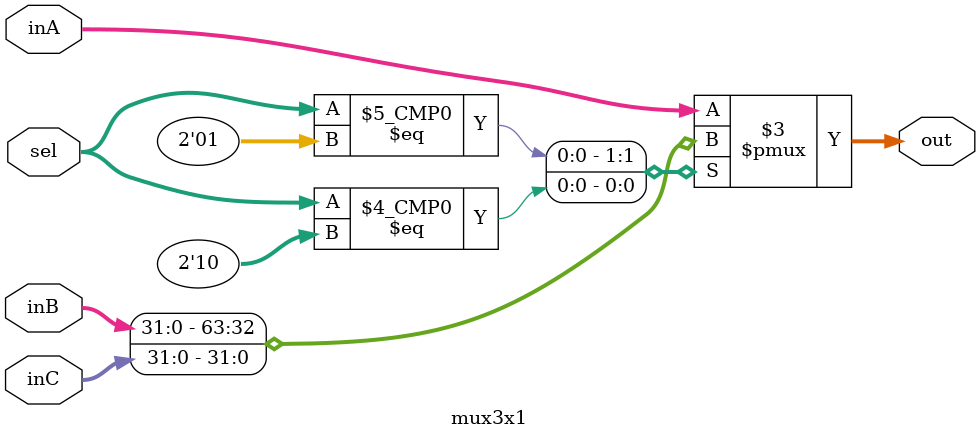
<source format=v>
module mux3x1(
  output reg [31:0] out,
  input  [31:0] inA,   // 00: ALU
  input  [31:0] inB,   // 01: MEM
  input  [31:0] inC,   // 10: PC+4
  input  [1:0]  sel
);
  always @(*) begin
    case (sel)
      2'b00: out = inA;
      2'b01: out = inB;
      2'b10: out = inC;
      default: out = inA; // safe default
    endcase
  end
endmodule

</source>
